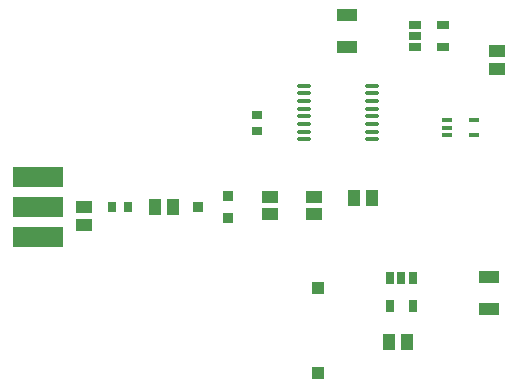
<source format=gtp>
G04*
G04 #@! TF.GenerationSoftware,Altium Limited,Altium Designer,19.1.7 (138)*
G04*
G04 Layer_Color=8421504*
%FSLAX44Y44*%
%MOMM*%
G71*
G01*
G75*
%ADD14R,0.9500X0.9000*%
%ADD15R,0.9500X0.9000*%
%ADD16R,1.4000X1.1000*%
%ADD17R,0.8000X0.9000*%
%ADD18R,1.1000X1.4000*%
%ADD19R,1.7000X1.1000*%
%ADD20R,1.0000X1.1000*%
G04:AMPARAMS|DCode=21|XSize=0.4mm|YSize=0.85mm|CornerRadius=0.05mm|HoleSize=0mm|Usage=FLASHONLY|Rotation=90.000|XOffset=0mm|YOffset=0mm|HoleType=Round|Shape=RoundedRectangle|*
%AMROUNDEDRECTD21*
21,1,0.4000,0.7500,0,0,90.0*
21,1,0.3000,0.8500,0,0,90.0*
1,1,0.1000,0.3750,0.1500*
1,1,0.1000,0.3750,-0.1500*
1,1,0.1000,-0.3750,-0.1500*
1,1,0.1000,-0.3750,0.1500*
%
%ADD21ROUNDEDRECTD21*%
G04:AMPARAMS|DCode=22|XSize=0.35mm|YSize=0.85mm|CornerRadius=0.0438mm|HoleSize=0mm|Usage=FLASHONLY|Rotation=90.000|XOffset=0mm|YOffset=0mm|HoleType=Round|Shape=RoundedRectangle|*
%AMROUNDEDRECTD22*
21,1,0.3500,0.7625,0,0,90.0*
21,1,0.2625,0.8500,0,0,90.0*
1,1,0.0875,0.3813,0.1313*
1,1,0.0875,0.3813,-0.1313*
1,1,0.0875,-0.3813,-0.1313*
1,1,0.0875,-0.3813,0.1313*
%
%ADD22ROUNDEDRECTD22*%
%ADD23R,1.1000X0.6500*%
%ADD24R,4.3000X1.8000*%
%ADD25R,0.6500X1.1000*%
%ADD26O,1.3000X0.3500*%
%ADD27R,0.9000X0.8000*%
D14*
X589480Y876300D02*
D03*
X614480Y866800D02*
D03*
D15*
Y885800D02*
D03*
D16*
X492760Y876180D02*
D03*
Y861180D02*
D03*
X842010Y993260D02*
D03*
Y1008260D02*
D03*
X687070Y870070D02*
D03*
Y885070D02*
D03*
X650240Y870070D02*
D03*
Y885070D02*
D03*
D17*
X530240Y876300D02*
D03*
X516240D02*
D03*
D18*
X552570D02*
D03*
X567570D02*
D03*
X721600Y883680D02*
D03*
X736600D02*
D03*
X765690Y762000D02*
D03*
X750690D02*
D03*
D19*
X715010Y1038860D02*
D03*
Y1011860D02*
D03*
X835660Y817410D02*
D03*
Y790410D02*
D03*
D20*
X690390Y808060D02*
D03*
Y735670D02*
D03*
D21*
X822780Y950110D02*
D03*
Y937110D02*
D03*
D22*
X800280D02*
D03*
Y943610D02*
D03*
Y950110D02*
D03*
D23*
X796860Y1030580D02*
D03*
Y1011580D02*
D03*
X772860D02*
D03*
Y1021080D02*
D03*
Y1030580D02*
D03*
D24*
X453450Y876240D02*
D03*
Y901640D02*
D03*
Y850840D02*
D03*
D25*
X770840Y792480D02*
D03*
X751840D02*
D03*
Y816480D02*
D03*
X761340D02*
D03*
X770840D02*
D03*
D26*
X678640Y979060D02*
D03*
Y972560D02*
D03*
Y966060D02*
D03*
Y959560D02*
D03*
Y953060D02*
D03*
Y946560D02*
D03*
Y940060D02*
D03*
Y933560D02*
D03*
X736140Y979060D02*
D03*
Y972560D02*
D03*
Y966060D02*
D03*
Y959560D02*
D03*
Y953060D02*
D03*
Y946560D02*
D03*
Y940060D02*
D03*
Y933560D02*
D03*
D27*
X638810Y954420D02*
D03*
Y940420D02*
D03*
M02*

</source>
